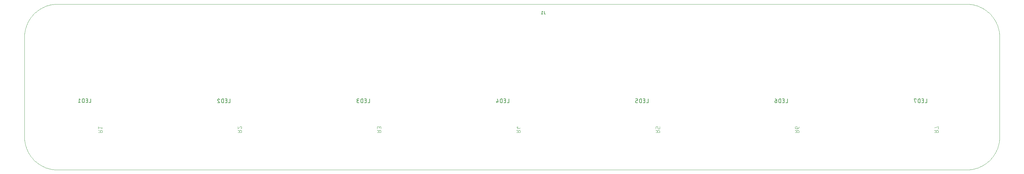
<source format=gbo>
G04 EAGLE Gerber RS-274X export*
G75*
%MOMM*%
%FSLAX34Y34*%
%LPD*%
%INSilk bottom*%
%IPPOS*%
%AMOC8*
5,1,8,0,0,1.08239X$1,22.5*%
G01*
%ADD10C,0.000000*%
%ADD11C,0.152400*%
%ADD12C,0.127000*%
%ADD13C,0.101600*%


D10*
X100000Y0D02*
X2840000Y0D01*
X2842416Y29D01*
X2844831Y117D01*
X2847243Y263D01*
X2849651Y467D01*
X2852054Y729D01*
X2854449Y1049D01*
X2856836Y1427D01*
X2859213Y1863D01*
X2861578Y2356D01*
X2863932Y2906D01*
X2866271Y3512D01*
X2868595Y4175D01*
X2870902Y4894D01*
X2873191Y5669D01*
X2875460Y6498D01*
X2877709Y7383D01*
X2879936Y8321D01*
X2882140Y9313D01*
X2884319Y10357D01*
X2886472Y11454D01*
X2888598Y12603D01*
X2890696Y13803D01*
X2892764Y15053D01*
X2894801Y16353D01*
X2896806Y17702D01*
X2898779Y19098D01*
X2900716Y20542D01*
X2902619Y22033D01*
X2904484Y23568D01*
X2906312Y25149D01*
X2908102Y26773D01*
X2909851Y28440D01*
X2911560Y30149D01*
X2913227Y31898D01*
X2914851Y33688D01*
X2916432Y35516D01*
X2917967Y37381D01*
X2919458Y39284D01*
X2920902Y41221D01*
X2922298Y43194D01*
X2923647Y45199D01*
X2924947Y47236D01*
X2926197Y49304D01*
X2927397Y51402D01*
X2928546Y53528D01*
X2929643Y55681D01*
X2930687Y57860D01*
X2931679Y60064D01*
X2932617Y62291D01*
X2933502Y64540D01*
X2934331Y66809D01*
X2935106Y69098D01*
X2935825Y71405D01*
X2936488Y73729D01*
X2937094Y76068D01*
X2937644Y78422D01*
X2938137Y80787D01*
X2938573Y83164D01*
X2938951Y85551D01*
X2939271Y87946D01*
X2939533Y90349D01*
X2939737Y92757D01*
X2939883Y95169D01*
X2939971Y97584D01*
X2940000Y100000D01*
X2940000Y400000D01*
X2939971Y402416D01*
X2939883Y404831D01*
X2939737Y407243D01*
X2939533Y409651D01*
X2939271Y412054D01*
X2938951Y414449D01*
X2938573Y416836D01*
X2938137Y419213D01*
X2937644Y421578D01*
X2937094Y423932D01*
X2936488Y426271D01*
X2935825Y428595D01*
X2935106Y430902D01*
X2934331Y433191D01*
X2933502Y435460D01*
X2932617Y437709D01*
X2931679Y439936D01*
X2930687Y442140D01*
X2929643Y444319D01*
X2928546Y446472D01*
X2927397Y448598D01*
X2926197Y450696D01*
X2924947Y452764D01*
X2923647Y454801D01*
X2922298Y456806D01*
X2920902Y458779D01*
X2919458Y460716D01*
X2917967Y462619D01*
X2916432Y464484D01*
X2914851Y466312D01*
X2913227Y468102D01*
X2911560Y469851D01*
X2909851Y471560D01*
X2908102Y473227D01*
X2906312Y474851D01*
X2904484Y476432D01*
X2902619Y477967D01*
X2900716Y479458D01*
X2898779Y480902D01*
X2896806Y482298D01*
X2894801Y483647D01*
X2892764Y484947D01*
X2890696Y486197D01*
X2888598Y487397D01*
X2886472Y488546D01*
X2884319Y489643D01*
X2882140Y490687D01*
X2879936Y491679D01*
X2877709Y492617D01*
X2875460Y493502D01*
X2873191Y494331D01*
X2870902Y495106D01*
X2868595Y495825D01*
X2866271Y496488D01*
X2863932Y497094D01*
X2861578Y497644D01*
X2859213Y498137D01*
X2856836Y498573D01*
X2854449Y498951D01*
X2852054Y499271D01*
X2849651Y499533D01*
X2847243Y499737D01*
X2844831Y499883D01*
X2842416Y499971D01*
X2840000Y500000D01*
X100000Y500000D01*
X97584Y499971D01*
X95169Y499883D01*
X92757Y499737D01*
X90349Y499533D01*
X87946Y499271D01*
X85551Y498951D01*
X83164Y498573D01*
X80787Y498137D01*
X78422Y497644D01*
X76068Y497094D01*
X73729Y496488D01*
X71405Y495825D01*
X69098Y495106D01*
X66809Y494331D01*
X64540Y493502D01*
X62291Y492617D01*
X60064Y491679D01*
X57860Y490687D01*
X55681Y489643D01*
X53528Y488546D01*
X51402Y487397D01*
X49304Y486197D01*
X47236Y484947D01*
X45199Y483647D01*
X43194Y482298D01*
X41221Y480902D01*
X39284Y479458D01*
X37381Y477967D01*
X35516Y476432D01*
X33688Y474851D01*
X31898Y473227D01*
X30149Y471560D01*
X28440Y469851D01*
X26773Y468102D01*
X25149Y466312D01*
X23568Y464484D01*
X22033Y462619D01*
X20542Y460716D01*
X19098Y458779D01*
X17702Y456806D01*
X16353Y454801D01*
X15053Y452764D01*
X13803Y450696D01*
X12603Y448598D01*
X11454Y446472D01*
X10357Y444319D01*
X9313Y442140D01*
X8321Y439936D01*
X7383Y437709D01*
X6498Y435460D01*
X5669Y433191D01*
X4894Y430902D01*
X4175Y428595D01*
X3512Y426271D01*
X2906Y423932D01*
X2356Y421578D01*
X1863Y419213D01*
X1427Y416836D01*
X1049Y414449D01*
X729Y412054D01*
X467Y409651D01*
X263Y407243D01*
X117Y404831D01*
X29Y402416D01*
X0Y400000D01*
X0Y100000D01*
X29Y97584D01*
X117Y95169D01*
X263Y92757D01*
X467Y90349D01*
X729Y87946D01*
X1049Y85551D01*
X1427Y83164D01*
X1863Y80787D01*
X2356Y78422D01*
X2906Y76068D01*
X3512Y73729D01*
X4175Y71405D01*
X4894Y69098D01*
X5669Y66809D01*
X6498Y64540D01*
X7383Y62291D01*
X8321Y60064D01*
X9313Y57860D01*
X10357Y55681D01*
X11454Y53528D01*
X12603Y51402D01*
X13803Y49304D01*
X15053Y47236D01*
X16353Y45199D01*
X17702Y43194D01*
X19098Y41221D01*
X20542Y39284D01*
X22033Y37381D01*
X23568Y35516D01*
X25149Y33688D01*
X26773Y31898D01*
X28440Y30149D01*
X30149Y28440D01*
X31898Y26773D01*
X33688Y25149D01*
X35516Y23568D01*
X37381Y22033D01*
X39284Y20542D01*
X41221Y19098D01*
X43194Y17702D01*
X45199Y16353D01*
X47236Y15053D01*
X49304Y13803D01*
X51402Y12603D01*
X53528Y11454D01*
X55681Y10357D01*
X57860Y9313D01*
X60064Y8321D01*
X62291Y7383D01*
X64540Y6498D01*
X66809Y5669D01*
X69098Y4894D01*
X71405Y4175D01*
X73729Y3512D01*
X76068Y2906D01*
X78422Y2356D01*
X80787Y1863D01*
X83164Y1427D01*
X85551Y1049D01*
X87946Y729D01*
X90349Y467D01*
X92757Y263D01*
X95169Y117D01*
X97584Y29D01*
X100000Y0D01*
D11*
X1567559Y471731D02*
X1567559Y478448D01*
X1567559Y471731D02*
X1567561Y471645D01*
X1567567Y471559D01*
X1567576Y471473D01*
X1567590Y471388D01*
X1567607Y471304D01*
X1567628Y471220D01*
X1567653Y471138D01*
X1567681Y471057D01*
X1567713Y470977D01*
X1567749Y470898D01*
X1567788Y470822D01*
X1567831Y470747D01*
X1567876Y470674D01*
X1567925Y470603D01*
X1567978Y470535D01*
X1568033Y470468D01*
X1568091Y470405D01*
X1568152Y470344D01*
X1568215Y470286D01*
X1568282Y470231D01*
X1568350Y470178D01*
X1568421Y470129D01*
X1568494Y470084D01*
X1568569Y470041D01*
X1568645Y470002D01*
X1568724Y469966D01*
X1568804Y469934D01*
X1568885Y469906D01*
X1568967Y469881D01*
X1569051Y469860D01*
X1569135Y469843D01*
X1569220Y469829D01*
X1569306Y469820D01*
X1569392Y469814D01*
X1569478Y469812D01*
X1570438Y469812D01*
X1562962Y476529D02*
X1560563Y478448D01*
X1560563Y469812D01*
X1562962Y469812D02*
X1558164Y469812D01*
D12*
X200333Y214699D02*
X200333Y203269D01*
X195253Y203269D01*
X190427Y203269D02*
X185347Y203269D01*
X190427Y203269D02*
X190427Y214699D01*
X185347Y214699D01*
X186617Y209619D02*
X190427Y209619D01*
X180546Y214699D02*
X180546Y203269D01*
X180546Y214699D02*
X177371Y214699D01*
X177260Y214697D01*
X177150Y214691D01*
X177039Y214682D01*
X176929Y214668D01*
X176820Y214651D01*
X176711Y214630D01*
X176603Y214605D01*
X176496Y214576D01*
X176390Y214544D01*
X176285Y214508D01*
X176182Y214468D01*
X176080Y214425D01*
X175979Y214378D01*
X175880Y214327D01*
X175784Y214274D01*
X175689Y214217D01*
X175596Y214156D01*
X175505Y214093D01*
X175416Y214026D01*
X175330Y213956D01*
X175247Y213883D01*
X175165Y213808D01*
X175087Y213730D01*
X175012Y213648D01*
X174939Y213565D01*
X174869Y213479D01*
X174802Y213390D01*
X174739Y213299D01*
X174678Y213206D01*
X174621Y213112D01*
X174568Y213015D01*
X174517Y212916D01*
X174470Y212815D01*
X174427Y212713D01*
X174387Y212610D01*
X174351Y212505D01*
X174319Y212399D01*
X174290Y212292D01*
X174265Y212184D01*
X174244Y212075D01*
X174227Y211966D01*
X174213Y211856D01*
X174204Y211745D01*
X174198Y211635D01*
X174196Y211524D01*
X174196Y206444D01*
X174198Y206333D01*
X174204Y206223D01*
X174213Y206112D01*
X174227Y206002D01*
X174244Y205893D01*
X174265Y205784D01*
X174290Y205676D01*
X174319Y205569D01*
X174351Y205463D01*
X174387Y205358D01*
X174427Y205255D01*
X174470Y205153D01*
X174517Y205052D01*
X174568Y204953D01*
X174621Y204857D01*
X174678Y204762D01*
X174739Y204669D01*
X174802Y204578D01*
X174869Y204489D01*
X174939Y204403D01*
X175012Y204320D01*
X175087Y204238D01*
X175165Y204160D01*
X175247Y204085D01*
X175330Y204012D01*
X175416Y203942D01*
X175505Y203875D01*
X175596Y203812D01*
X175689Y203751D01*
X175784Y203694D01*
X175880Y203641D01*
X175979Y203590D01*
X176080Y203543D01*
X176182Y203500D01*
X176285Y203460D01*
X176390Y203424D01*
X176496Y203392D01*
X176603Y203363D01*
X176711Y203338D01*
X176820Y203317D01*
X176929Y203300D01*
X177039Y203286D01*
X177150Y203277D01*
X177260Y203271D01*
X177371Y203269D01*
X180546Y203269D01*
X168735Y212159D02*
X165560Y214699D01*
X165560Y203269D01*
X168735Y203269D02*
X162385Y203269D01*
X620333Y202601D02*
X620333Y214031D01*
X620333Y202601D02*
X615253Y202601D01*
X610427Y202601D02*
X605347Y202601D01*
X610427Y202601D02*
X610427Y214031D01*
X605347Y214031D01*
X606617Y208951D02*
X610427Y208951D01*
X600546Y214031D02*
X600546Y202601D01*
X600546Y214031D02*
X597371Y214031D01*
X597260Y214029D01*
X597150Y214023D01*
X597039Y214014D01*
X596929Y214000D01*
X596820Y213983D01*
X596711Y213962D01*
X596603Y213937D01*
X596496Y213908D01*
X596390Y213876D01*
X596285Y213840D01*
X596182Y213800D01*
X596080Y213757D01*
X595979Y213710D01*
X595880Y213659D01*
X595784Y213606D01*
X595689Y213549D01*
X595596Y213488D01*
X595505Y213425D01*
X595416Y213358D01*
X595330Y213288D01*
X595247Y213215D01*
X595165Y213140D01*
X595087Y213062D01*
X595012Y212980D01*
X594939Y212897D01*
X594869Y212811D01*
X594802Y212722D01*
X594739Y212631D01*
X594678Y212538D01*
X594621Y212444D01*
X594568Y212347D01*
X594517Y212248D01*
X594470Y212147D01*
X594427Y212045D01*
X594387Y211942D01*
X594351Y211837D01*
X594319Y211731D01*
X594290Y211624D01*
X594265Y211516D01*
X594244Y211407D01*
X594227Y211298D01*
X594213Y211188D01*
X594204Y211077D01*
X594198Y210967D01*
X594196Y210856D01*
X594196Y205776D01*
X594198Y205665D01*
X594204Y205555D01*
X594213Y205444D01*
X594227Y205334D01*
X594244Y205225D01*
X594265Y205116D01*
X594290Y205008D01*
X594319Y204901D01*
X594351Y204795D01*
X594387Y204690D01*
X594427Y204587D01*
X594470Y204485D01*
X594517Y204384D01*
X594568Y204285D01*
X594621Y204189D01*
X594678Y204094D01*
X594739Y204001D01*
X594802Y203910D01*
X594869Y203821D01*
X594939Y203735D01*
X595012Y203652D01*
X595087Y203570D01*
X595165Y203492D01*
X595247Y203417D01*
X595330Y203344D01*
X595416Y203274D01*
X595505Y203207D01*
X595596Y203144D01*
X595689Y203083D01*
X595784Y203026D01*
X595880Y202973D01*
X595979Y202922D01*
X596080Y202875D01*
X596182Y202832D01*
X596285Y202792D01*
X596390Y202756D01*
X596496Y202724D01*
X596603Y202695D01*
X596711Y202670D01*
X596820Y202649D01*
X596929Y202632D01*
X597039Y202618D01*
X597150Y202609D01*
X597260Y202603D01*
X597371Y202601D01*
X600546Y202601D01*
X585243Y214032D02*
X585139Y214030D01*
X585034Y214024D01*
X584930Y214015D01*
X584827Y214002D01*
X584724Y213984D01*
X584622Y213964D01*
X584520Y213939D01*
X584420Y213911D01*
X584320Y213879D01*
X584222Y213843D01*
X584125Y213804D01*
X584030Y213762D01*
X583936Y213716D01*
X583844Y213666D01*
X583754Y213614D01*
X583666Y213558D01*
X583580Y213498D01*
X583496Y213436D01*
X583415Y213371D01*
X583336Y213303D01*
X583259Y213231D01*
X583186Y213158D01*
X583114Y213081D01*
X583046Y213002D01*
X582981Y212921D01*
X582919Y212837D01*
X582859Y212751D01*
X582803Y212663D01*
X582751Y212573D01*
X582701Y212481D01*
X582655Y212387D01*
X582613Y212292D01*
X582574Y212195D01*
X582538Y212097D01*
X582506Y211997D01*
X582478Y211897D01*
X582453Y211795D01*
X582433Y211693D01*
X582415Y211590D01*
X582402Y211487D01*
X582393Y211383D01*
X582387Y211278D01*
X582385Y211174D01*
X585243Y214031D02*
X585361Y214029D01*
X585480Y214023D01*
X585598Y214014D01*
X585715Y214001D01*
X585832Y213983D01*
X585949Y213963D01*
X586065Y213938D01*
X586180Y213910D01*
X586293Y213877D01*
X586406Y213842D01*
X586518Y213802D01*
X586628Y213760D01*
X586737Y213713D01*
X586845Y213663D01*
X586950Y213610D01*
X587054Y213553D01*
X587156Y213493D01*
X587256Y213430D01*
X587354Y213363D01*
X587450Y213294D01*
X587543Y213221D01*
X587634Y213145D01*
X587723Y213067D01*
X587809Y212985D01*
X587892Y212901D01*
X587973Y212815D01*
X588050Y212725D01*
X588125Y212634D01*
X588197Y212540D01*
X588266Y212443D01*
X588331Y212345D01*
X588394Y212244D01*
X588453Y212141D01*
X588509Y212037D01*
X588561Y211931D01*
X588610Y211823D01*
X588655Y211714D01*
X588697Y211603D01*
X588735Y211491D01*
X583337Y208952D02*
X583261Y209027D01*
X583186Y209106D01*
X583115Y209187D01*
X583046Y209271D01*
X582981Y209357D01*
X582919Y209445D01*
X582859Y209535D01*
X582803Y209627D01*
X582750Y209722D01*
X582701Y209818D01*
X582655Y209916D01*
X582612Y210015D01*
X582573Y210116D01*
X582538Y210218D01*
X582506Y210321D01*
X582478Y210425D01*
X582453Y210530D01*
X582432Y210637D01*
X582415Y210743D01*
X582402Y210850D01*
X582393Y210958D01*
X582387Y211066D01*
X582385Y211174D01*
X583338Y208951D02*
X588735Y202601D01*
X582385Y202601D01*
X1040333Y202601D02*
X1040333Y214031D01*
X1040333Y202601D02*
X1035253Y202601D01*
X1030427Y202601D02*
X1025347Y202601D01*
X1030427Y202601D02*
X1030427Y214031D01*
X1025347Y214031D01*
X1026617Y208951D02*
X1030427Y208951D01*
X1020546Y214031D02*
X1020546Y202601D01*
X1020546Y214031D02*
X1017371Y214031D01*
X1017260Y214029D01*
X1017150Y214023D01*
X1017039Y214014D01*
X1016929Y214000D01*
X1016820Y213983D01*
X1016711Y213962D01*
X1016603Y213937D01*
X1016496Y213908D01*
X1016390Y213876D01*
X1016285Y213840D01*
X1016182Y213800D01*
X1016080Y213757D01*
X1015979Y213710D01*
X1015880Y213659D01*
X1015784Y213606D01*
X1015689Y213549D01*
X1015596Y213488D01*
X1015505Y213425D01*
X1015416Y213358D01*
X1015330Y213288D01*
X1015247Y213215D01*
X1015165Y213140D01*
X1015087Y213062D01*
X1015012Y212980D01*
X1014939Y212897D01*
X1014869Y212811D01*
X1014802Y212722D01*
X1014739Y212631D01*
X1014678Y212538D01*
X1014621Y212444D01*
X1014568Y212347D01*
X1014517Y212248D01*
X1014470Y212147D01*
X1014427Y212045D01*
X1014387Y211942D01*
X1014351Y211837D01*
X1014319Y211731D01*
X1014290Y211624D01*
X1014265Y211516D01*
X1014244Y211407D01*
X1014227Y211298D01*
X1014213Y211188D01*
X1014204Y211077D01*
X1014198Y210967D01*
X1014196Y210856D01*
X1014196Y205776D01*
X1014198Y205665D01*
X1014204Y205555D01*
X1014213Y205444D01*
X1014227Y205334D01*
X1014244Y205225D01*
X1014265Y205116D01*
X1014290Y205008D01*
X1014319Y204901D01*
X1014351Y204795D01*
X1014387Y204690D01*
X1014427Y204587D01*
X1014470Y204485D01*
X1014517Y204384D01*
X1014568Y204285D01*
X1014621Y204189D01*
X1014678Y204094D01*
X1014739Y204001D01*
X1014802Y203910D01*
X1014869Y203821D01*
X1014939Y203735D01*
X1015012Y203652D01*
X1015087Y203570D01*
X1015165Y203492D01*
X1015247Y203417D01*
X1015330Y203344D01*
X1015416Y203274D01*
X1015505Y203207D01*
X1015596Y203144D01*
X1015689Y203083D01*
X1015784Y203026D01*
X1015880Y202973D01*
X1015979Y202922D01*
X1016080Y202875D01*
X1016182Y202832D01*
X1016285Y202792D01*
X1016390Y202756D01*
X1016496Y202724D01*
X1016603Y202695D01*
X1016711Y202670D01*
X1016820Y202649D01*
X1016929Y202632D01*
X1017039Y202618D01*
X1017150Y202609D01*
X1017260Y202603D01*
X1017371Y202601D01*
X1020546Y202601D01*
X1008735Y202601D02*
X1005560Y202601D01*
X1005449Y202603D01*
X1005339Y202609D01*
X1005228Y202618D01*
X1005118Y202632D01*
X1005009Y202649D01*
X1004900Y202670D01*
X1004792Y202695D01*
X1004685Y202724D01*
X1004579Y202756D01*
X1004474Y202792D01*
X1004371Y202832D01*
X1004269Y202875D01*
X1004168Y202922D01*
X1004069Y202973D01*
X1003973Y203026D01*
X1003878Y203083D01*
X1003785Y203144D01*
X1003694Y203207D01*
X1003605Y203274D01*
X1003519Y203344D01*
X1003436Y203417D01*
X1003354Y203492D01*
X1003276Y203570D01*
X1003201Y203652D01*
X1003128Y203735D01*
X1003058Y203821D01*
X1002991Y203910D01*
X1002928Y204001D01*
X1002867Y204094D01*
X1002810Y204189D01*
X1002757Y204285D01*
X1002706Y204384D01*
X1002659Y204485D01*
X1002616Y204587D01*
X1002576Y204690D01*
X1002540Y204795D01*
X1002508Y204901D01*
X1002479Y205008D01*
X1002454Y205116D01*
X1002433Y205225D01*
X1002416Y205334D01*
X1002402Y205444D01*
X1002393Y205555D01*
X1002387Y205665D01*
X1002385Y205776D01*
X1002387Y205887D01*
X1002393Y205997D01*
X1002402Y206108D01*
X1002416Y206218D01*
X1002433Y206327D01*
X1002454Y206436D01*
X1002479Y206544D01*
X1002508Y206651D01*
X1002540Y206757D01*
X1002576Y206862D01*
X1002616Y206965D01*
X1002659Y207067D01*
X1002706Y207168D01*
X1002757Y207267D01*
X1002810Y207364D01*
X1002867Y207458D01*
X1002928Y207551D01*
X1002991Y207642D01*
X1003058Y207731D01*
X1003128Y207817D01*
X1003201Y207900D01*
X1003276Y207982D01*
X1003354Y208060D01*
X1003436Y208135D01*
X1003519Y208208D01*
X1003605Y208278D01*
X1003694Y208345D01*
X1003785Y208408D01*
X1003878Y208469D01*
X1003973Y208526D01*
X1004069Y208579D01*
X1004168Y208630D01*
X1004269Y208677D01*
X1004371Y208720D01*
X1004474Y208760D01*
X1004579Y208796D01*
X1004685Y208828D01*
X1004792Y208857D01*
X1004900Y208882D01*
X1005009Y208903D01*
X1005118Y208920D01*
X1005228Y208934D01*
X1005339Y208943D01*
X1005449Y208949D01*
X1005560Y208951D01*
X1004925Y214031D02*
X1008735Y214031D01*
X1004925Y214031D02*
X1004825Y214029D01*
X1004726Y214023D01*
X1004626Y214013D01*
X1004528Y214000D01*
X1004429Y213982D01*
X1004332Y213961D01*
X1004236Y213936D01*
X1004140Y213907D01*
X1004046Y213874D01*
X1003953Y213838D01*
X1003862Y213798D01*
X1003772Y213754D01*
X1003684Y213707D01*
X1003598Y213657D01*
X1003514Y213603D01*
X1003432Y213546D01*
X1003353Y213486D01*
X1003275Y213422D01*
X1003201Y213356D01*
X1003129Y213287D01*
X1003060Y213215D01*
X1002994Y213141D01*
X1002930Y213063D01*
X1002870Y212984D01*
X1002813Y212902D01*
X1002759Y212818D01*
X1002709Y212732D01*
X1002662Y212644D01*
X1002618Y212554D01*
X1002578Y212463D01*
X1002542Y212370D01*
X1002509Y212276D01*
X1002480Y212180D01*
X1002455Y212084D01*
X1002434Y211987D01*
X1002416Y211888D01*
X1002403Y211790D01*
X1002393Y211690D01*
X1002387Y211591D01*
X1002385Y211491D01*
X1002387Y211391D01*
X1002393Y211292D01*
X1002403Y211192D01*
X1002416Y211094D01*
X1002434Y210995D01*
X1002455Y210898D01*
X1002480Y210802D01*
X1002509Y210706D01*
X1002542Y210612D01*
X1002578Y210519D01*
X1002618Y210428D01*
X1002662Y210338D01*
X1002709Y210250D01*
X1002759Y210164D01*
X1002813Y210080D01*
X1002870Y209998D01*
X1002930Y209919D01*
X1002994Y209841D01*
X1003060Y209767D01*
X1003129Y209695D01*
X1003201Y209626D01*
X1003275Y209560D01*
X1003353Y209496D01*
X1003432Y209436D01*
X1003514Y209379D01*
X1003598Y209325D01*
X1003684Y209275D01*
X1003772Y209228D01*
X1003862Y209184D01*
X1003953Y209144D01*
X1004046Y209108D01*
X1004140Y209075D01*
X1004236Y209046D01*
X1004332Y209021D01*
X1004429Y209000D01*
X1004528Y208982D01*
X1004626Y208969D01*
X1004726Y208959D01*
X1004825Y208953D01*
X1004925Y208951D01*
X1007465Y208951D01*
X1460333Y214031D02*
X1460333Y202601D01*
X1455253Y202601D01*
X1450427Y202601D02*
X1445347Y202601D01*
X1450427Y202601D02*
X1450427Y214031D01*
X1445347Y214031D01*
X1446617Y208951D02*
X1450427Y208951D01*
X1440546Y214031D02*
X1440546Y202601D01*
X1440546Y214031D02*
X1437371Y214031D01*
X1437260Y214029D01*
X1437150Y214023D01*
X1437039Y214014D01*
X1436929Y214000D01*
X1436820Y213983D01*
X1436711Y213962D01*
X1436603Y213937D01*
X1436496Y213908D01*
X1436390Y213876D01*
X1436285Y213840D01*
X1436182Y213800D01*
X1436080Y213757D01*
X1435979Y213710D01*
X1435880Y213659D01*
X1435784Y213606D01*
X1435689Y213549D01*
X1435596Y213488D01*
X1435505Y213425D01*
X1435416Y213358D01*
X1435330Y213288D01*
X1435247Y213215D01*
X1435165Y213140D01*
X1435087Y213062D01*
X1435012Y212980D01*
X1434939Y212897D01*
X1434869Y212811D01*
X1434802Y212722D01*
X1434739Y212631D01*
X1434678Y212538D01*
X1434621Y212444D01*
X1434568Y212347D01*
X1434517Y212248D01*
X1434470Y212147D01*
X1434427Y212045D01*
X1434387Y211942D01*
X1434351Y211837D01*
X1434319Y211731D01*
X1434290Y211624D01*
X1434265Y211516D01*
X1434244Y211407D01*
X1434227Y211298D01*
X1434213Y211188D01*
X1434204Y211077D01*
X1434198Y210967D01*
X1434196Y210856D01*
X1434196Y205776D01*
X1434198Y205665D01*
X1434204Y205555D01*
X1434213Y205444D01*
X1434227Y205334D01*
X1434244Y205225D01*
X1434265Y205116D01*
X1434290Y205008D01*
X1434319Y204901D01*
X1434351Y204795D01*
X1434387Y204690D01*
X1434427Y204587D01*
X1434470Y204485D01*
X1434517Y204384D01*
X1434568Y204285D01*
X1434621Y204189D01*
X1434678Y204094D01*
X1434739Y204001D01*
X1434802Y203910D01*
X1434869Y203821D01*
X1434939Y203735D01*
X1435012Y203652D01*
X1435087Y203570D01*
X1435165Y203492D01*
X1435247Y203417D01*
X1435330Y203344D01*
X1435416Y203274D01*
X1435505Y203207D01*
X1435596Y203144D01*
X1435689Y203083D01*
X1435784Y203026D01*
X1435880Y202973D01*
X1435979Y202922D01*
X1436080Y202875D01*
X1436182Y202832D01*
X1436285Y202792D01*
X1436390Y202756D01*
X1436496Y202724D01*
X1436603Y202695D01*
X1436711Y202670D01*
X1436820Y202649D01*
X1436929Y202632D01*
X1437039Y202618D01*
X1437150Y202609D01*
X1437260Y202603D01*
X1437371Y202601D01*
X1440546Y202601D01*
X1428735Y205141D02*
X1426195Y214031D01*
X1428735Y205141D02*
X1422385Y205141D01*
X1424290Y207681D02*
X1424290Y202601D01*
X1880333Y202601D02*
X1880333Y214031D01*
X1880333Y202601D02*
X1875253Y202601D01*
X1870427Y202601D02*
X1865347Y202601D01*
X1870427Y202601D02*
X1870427Y214031D01*
X1865347Y214031D01*
X1866617Y208951D02*
X1870427Y208951D01*
X1860546Y214031D02*
X1860546Y202601D01*
X1860546Y214031D02*
X1857371Y214031D01*
X1857260Y214029D01*
X1857150Y214023D01*
X1857039Y214014D01*
X1856929Y214000D01*
X1856820Y213983D01*
X1856711Y213962D01*
X1856603Y213937D01*
X1856496Y213908D01*
X1856390Y213876D01*
X1856285Y213840D01*
X1856182Y213800D01*
X1856080Y213757D01*
X1855979Y213710D01*
X1855880Y213659D01*
X1855784Y213606D01*
X1855689Y213549D01*
X1855596Y213488D01*
X1855505Y213425D01*
X1855416Y213358D01*
X1855330Y213288D01*
X1855247Y213215D01*
X1855165Y213140D01*
X1855087Y213062D01*
X1855012Y212980D01*
X1854939Y212897D01*
X1854869Y212811D01*
X1854802Y212722D01*
X1854739Y212631D01*
X1854678Y212538D01*
X1854621Y212444D01*
X1854568Y212347D01*
X1854517Y212248D01*
X1854470Y212147D01*
X1854427Y212045D01*
X1854387Y211942D01*
X1854351Y211837D01*
X1854319Y211731D01*
X1854290Y211624D01*
X1854265Y211516D01*
X1854244Y211407D01*
X1854227Y211298D01*
X1854213Y211188D01*
X1854204Y211077D01*
X1854198Y210967D01*
X1854196Y210856D01*
X1854196Y205776D01*
X1854198Y205665D01*
X1854204Y205555D01*
X1854213Y205444D01*
X1854227Y205334D01*
X1854244Y205225D01*
X1854265Y205116D01*
X1854290Y205008D01*
X1854319Y204901D01*
X1854351Y204795D01*
X1854387Y204690D01*
X1854427Y204587D01*
X1854470Y204485D01*
X1854517Y204384D01*
X1854568Y204285D01*
X1854621Y204189D01*
X1854678Y204094D01*
X1854739Y204001D01*
X1854802Y203910D01*
X1854869Y203821D01*
X1854939Y203735D01*
X1855012Y203652D01*
X1855087Y203570D01*
X1855165Y203492D01*
X1855247Y203417D01*
X1855330Y203344D01*
X1855416Y203274D01*
X1855505Y203207D01*
X1855596Y203144D01*
X1855689Y203083D01*
X1855784Y203026D01*
X1855880Y202973D01*
X1855979Y202922D01*
X1856080Y202875D01*
X1856182Y202832D01*
X1856285Y202792D01*
X1856390Y202756D01*
X1856496Y202724D01*
X1856603Y202695D01*
X1856711Y202670D01*
X1856820Y202649D01*
X1856929Y202632D01*
X1857039Y202618D01*
X1857150Y202609D01*
X1857260Y202603D01*
X1857371Y202601D01*
X1860546Y202601D01*
X1848735Y202601D02*
X1844925Y202601D01*
X1844825Y202603D01*
X1844726Y202609D01*
X1844626Y202619D01*
X1844528Y202632D01*
X1844429Y202650D01*
X1844332Y202671D01*
X1844236Y202696D01*
X1844140Y202725D01*
X1844046Y202758D01*
X1843953Y202794D01*
X1843862Y202834D01*
X1843772Y202878D01*
X1843684Y202925D01*
X1843598Y202975D01*
X1843514Y203029D01*
X1843432Y203086D01*
X1843353Y203146D01*
X1843275Y203210D01*
X1843201Y203276D01*
X1843129Y203345D01*
X1843060Y203417D01*
X1842994Y203491D01*
X1842930Y203569D01*
X1842870Y203648D01*
X1842813Y203730D01*
X1842759Y203814D01*
X1842709Y203900D01*
X1842662Y203988D01*
X1842618Y204078D01*
X1842578Y204169D01*
X1842542Y204262D01*
X1842509Y204356D01*
X1842480Y204452D01*
X1842455Y204548D01*
X1842434Y204645D01*
X1842416Y204744D01*
X1842403Y204842D01*
X1842393Y204942D01*
X1842387Y205041D01*
X1842385Y205141D01*
X1842385Y206411D01*
X1842387Y206511D01*
X1842393Y206610D01*
X1842403Y206710D01*
X1842416Y206808D01*
X1842434Y206907D01*
X1842455Y207004D01*
X1842480Y207100D01*
X1842509Y207196D01*
X1842542Y207290D01*
X1842578Y207383D01*
X1842618Y207474D01*
X1842662Y207564D01*
X1842709Y207652D01*
X1842759Y207738D01*
X1842813Y207822D01*
X1842870Y207904D01*
X1842930Y207983D01*
X1842994Y208061D01*
X1843060Y208135D01*
X1843129Y208207D01*
X1843201Y208276D01*
X1843275Y208342D01*
X1843353Y208406D01*
X1843432Y208466D01*
X1843514Y208523D01*
X1843598Y208577D01*
X1843684Y208627D01*
X1843772Y208674D01*
X1843862Y208718D01*
X1843953Y208758D01*
X1844046Y208794D01*
X1844140Y208827D01*
X1844236Y208856D01*
X1844332Y208881D01*
X1844429Y208902D01*
X1844528Y208920D01*
X1844626Y208933D01*
X1844726Y208943D01*
X1844825Y208949D01*
X1844925Y208951D01*
X1848735Y208951D01*
X1848735Y214031D01*
X1842385Y214031D01*
X2300333Y214031D02*
X2300333Y202601D01*
X2295253Y202601D01*
X2290427Y202601D02*
X2285347Y202601D01*
X2290427Y202601D02*
X2290427Y214031D01*
X2285347Y214031D01*
X2286617Y208951D02*
X2290427Y208951D01*
X2280546Y214031D02*
X2280546Y202601D01*
X2280546Y214031D02*
X2277371Y214031D01*
X2277260Y214029D01*
X2277150Y214023D01*
X2277039Y214014D01*
X2276929Y214000D01*
X2276820Y213983D01*
X2276711Y213962D01*
X2276603Y213937D01*
X2276496Y213908D01*
X2276390Y213876D01*
X2276285Y213840D01*
X2276182Y213800D01*
X2276080Y213757D01*
X2275979Y213710D01*
X2275880Y213659D01*
X2275784Y213606D01*
X2275689Y213549D01*
X2275596Y213488D01*
X2275505Y213425D01*
X2275416Y213358D01*
X2275330Y213288D01*
X2275247Y213215D01*
X2275165Y213140D01*
X2275087Y213062D01*
X2275012Y212980D01*
X2274939Y212897D01*
X2274869Y212811D01*
X2274802Y212722D01*
X2274739Y212631D01*
X2274678Y212538D01*
X2274621Y212444D01*
X2274568Y212347D01*
X2274517Y212248D01*
X2274470Y212147D01*
X2274427Y212045D01*
X2274387Y211942D01*
X2274351Y211837D01*
X2274319Y211731D01*
X2274290Y211624D01*
X2274265Y211516D01*
X2274244Y211407D01*
X2274227Y211298D01*
X2274213Y211188D01*
X2274204Y211077D01*
X2274198Y210967D01*
X2274196Y210856D01*
X2274196Y205776D01*
X2274198Y205665D01*
X2274204Y205555D01*
X2274213Y205444D01*
X2274227Y205334D01*
X2274244Y205225D01*
X2274265Y205116D01*
X2274290Y205008D01*
X2274319Y204901D01*
X2274351Y204795D01*
X2274387Y204690D01*
X2274427Y204587D01*
X2274470Y204485D01*
X2274517Y204384D01*
X2274568Y204285D01*
X2274621Y204189D01*
X2274678Y204094D01*
X2274739Y204001D01*
X2274802Y203910D01*
X2274869Y203821D01*
X2274939Y203735D01*
X2275012Y203652D01*
X2275087Y203570D01*
X2275165Y203492D01*
X2275247Y203417D01*
X2275330Y203344D01*
X2275416Y203274D01*
X2275505Y203207D01*
X2275596Y203144D01*
X2275689Y203083D01*
X2275784Y203026D01*
X2275880Y202973D01*
X2275979Y202922D01*
X2276080Y202875D01*
X2276182Y202832D01*
X2276285Y202792D01*
X2276390Y202756D01*
X2276496Y202724D01*
X2276603Y202695D01*
X2276711Y202670D01*
X2276820Y202649D01*
X2276929Y202632D01*
X2277039Y202618D01*
X2277150Y202609D01*
X2277260Y202603D01*
X2277371Y202601D01*
X2280546Y202601D01*
X2268735Y208951D02*
X2264925Y208951D01*
X2264825Y208949D01*
X2264726Y208943D01*
X2264626Y208933D01*
X2264528Y208920D01*
X2264429Y208902D01*
X2264332Y208881D01*
X2264236Y208856D01*
X2264140Y208827D01*
X2264046Y208794D01*
X2263953Y208758D01*
X2263862Y208718D01*
X2263772Y208674D01*
X2263684Y208627D01*
X2263598Y208577D01*
X2263514Y208523D01*
X2263432Y208466D01*
X2263353Y208406D01*
X2263275Y208342D01*
X2263201Y208276D01*
X2263129Y208207D01*
X2263060Y208135D01*
X2262994Y208061D01*
X2262930Y207983D01*
X2262870Y207904D01*
X2262813Y207822D01*
X2262759Y207738D01*
X2262709Y207652D01*
X2262662Y207564D01*
X2262618Y207474D01*
X2262578Y207383D01*
X2262542Y207290D01*
X2262509Y207196D01*
X2262480Y207100D01*
X2262455Y207004D01*
X2262434Y206907D01*
X2262416Y206808D01*
X2262403Y206710D01*
X2262393Y206610D01*
X2262387Y206511D01*
X2262385Y206411D01*
X2262385Y205776D01*
X2262387Y205665D01*
X2262393Y205555D01*
X2262402Y205444D01*
X2262416Y205334D01*
X2262433Y205225D01*
X2262454Y205116D01*
X2262479Y205008D01*
X2262508Y204901D01*
X2262540Y204795D01*
X2262576Y204690D01*
X2262616Y204587D01*
X2262659Y204485D01*
X2262706Y204384D01*
X2262757Y204285D01*
X2262810Y204189D01*
X2262867Y204094D01*
X2262928Y204001D01*
X2262991Y203910D01*
X2263058Y203821D01*
X2263128Y203735D01*
X2263201Y203652D01*
X2263276Y203570D01*
X2263354Y203492D01*
X2263436Y203417D01*
X2263519Y203344D01*
X2263605Y203274D01*
X2263694Y203207D01*
X2263785Y203144D01*
X2263878Y203083D01*
X2263973Y203026D01*
X2264069Y202973D01*
X2264168Y202922D01*
X2264269Y202875D01*
X2264371Y202832D01*
X2264474Y202792D01*
X2264579Y202756D01*
X2264685Y202724D01*
X2264792Y202695D01*
X2264900Y202670D01*
X2265009Y202649D01*
X2265118Y202632D01*
X2265228Y202618D01*
X2265339Y202609D01*
X2265449Y202603D01*
X2265560Y202601D01*
X2265671Y202603D01*
X2265781Y202609D01*
X2265892Y202618D01*
X2266002Y202632D01*
X2266111Y202649D01*
X2266220Y202670D01*
X2266328Y202695D01*
X2266435Y202724D01*
X2266541Y202756D01*
X2266646Y202792D01*
X2266749Y202832D01*
X2266851Y202875D01*
X2266952Y202922D01*
X2267051Y202973D01*
X2267148Y203026D01*
X2267242Y203083D01*
X2267335Y203144D01*
X2267426Y203207D01*
X2267515Y203274D01*
X2267601Y203344D01*
X2267684Y203417D01*
X2267766Y203492D01*
X2267844Y203570D01*
X2267919Y203652D01*
X2267992Y203735D01*
X2268062Y203821D01*
X2268129Y203910D01*
X2268192Y204001D01*
X2268253Y204094D01*
X2268310Y204188D01*
X2268363Y204285D01*
X2268414Y204384D01*
X2268461Y204485D01*
X2268504Y204587D01*
X2268544Y204690D01*
X2268580Y204795D01*
X2268612Y204901D01*
X2268641Y205008D01*
X2268666Y205116D01*
X2268687Y205225D01*
X2268704Y205334D01*
X2268718Y205444D01*
X2268727Y205555D01*
X2268733Y205665D01*
X2268735Y205776D01*
X2268735Y208951D01*
X2268733Y209091D01*
X2268727Y209231D01*
X2268718Y209371D01*
X2268704Y209510D01*
X2268687Y209649D01*
X2268666Y209787D01*
X2268641Y209925D01*
X2268612Y210062D01*
X2268580Y210198D01*
X2268543Y210333D01*
X2268503Y210467D01*
X2268460Y210600D01*
X2268412Y210732D01*
X2268362Y210863D01*
X2268307Y210992D01*
X2268249Y211119D01*
X2268188Y211245D01*
X2268123Y211369D01*
X2268054Y211491D01*
X2267983Y211611D01*
X2267908Y211729D01*
X2267830Y211846D01*
X2267748Y211960D01*
X2267664Y212071D01*
X2267576Y212180D01*
X2267486Y212287D01*
X2267392Y212392D01*
X2267296Y212493D01*
X2267197Y212592D01*
X2267096Y212688D01*
X2266991Y212782D01*
X2266884Y212872D01*
X2266775Y212960D01*
X2266664Y213044D01*
X2266550Y213126D01*
X2266433Y213204D01*
X2266315Y213279D01*
X2266195Y213350D01*
X2266073Y213419D01*
X2265949Y213484D01*
X2265823Y213545D01*
X2265696Y213603D01*
X2265567Y213658D01*
X2265436Y213708D01*
X2265304Y213756D01*
X2265171Y213799D01*
X2265037Y213839D01*
X2264902Y213876D01*
X2264766Y213908D01*
X2264629Y213937D01*
X2264491Y213962D01*
X2264353Y213983D01*
X2264214Y214000D01*
X2264075Y214014D01*
X2263935Y214023D01*
X2263795Y214029D01*
X2263655Y214031D01*
X2720333Y214031D02*
X2720333Y202601D01*
X2715253Y202601D01*
X2710427Y202601D02*
X2705347Y202601D01*
X2710427Y202601D02*
X2710427Y214031D01*
X2705347Y214031D01*
X2706617Y208951D02*
X2710427Y208951D01*
X2700546Y214031D02*
X2700546Y202601D01*
X2700546Y214031D02*
X2697371Y214031D01*
X2697260Y214029D01*
X2697150Y214023D01*
X2697039Y214014D01*
X2696929Y214000D01*
X2696820Y213983D01*
X2696711Y213962D01*
X2696603Y213937D01*
X2696496Y213908D01*
X2696390Y213876D01*
X2696285Y213840D01*
X2696182Y213800D01*
X2696080Y213757D01*
X2695979Y213710D01*
X2695880Y213659D01*
X2695784Y213606D01*
X2695689Y213549D01*
X2695596Y213488D01*
X2695505Y213425D01*
X2695416Y213358D01*
X2695330Y213288D01*
X2695247Y213215D01*
X2695165Y213140D01*
X2695087Y213062D01*
X2695012Y212980D01*
X2694939Y212897D01*
X2694869Y212811D01*
X2694802Y212722D01*
X2694739Y212631D01*
X2694678Y212538D01*
X2694621Y212444D01*
X2694568Y212347D01*
X2694517Y212248D01*
X2694470Y212147D01*
X2694427Y212045D01*
X2694387Y211942D01*
X2694351Y211837D01*
X2694319Y211731D01*
X2694290Y211624D01*
X2694265Y211516D01*
X2694244Y211407D01*
X2694227Y211298D01*
X2694213Y211188D01*
X2694204Y211077D01*
X2694198Y210967D01*
X2694196Y210856D01*
X2694196Y205776D01*
X2694198Y205665D01*
X2694204Y205555D01*
X2694213Y205444D01*
X2694227Y205334D01*
X2694244Y205225D01*
X2694265Y205116D01*
X2694290Y205008D01*
X2694319Y204901D01*
X2694351Y204795D01*
X2694387Y204690D01*
X2694427Y204587D01*
X2694470Y204485D01*
X2694517Y204384D01*
X2694568Y204285D01*
X2694621Y204189D01*
X2694678Y204094D01*
X2694739Y204001D01*
X2694802Y203910D01*
X2694869Y203821D01*
X2694939Y203735D01*
X2695012Y203652D01*
X2695087Y203570D01*
X2695165Y203492D01*
X2695247Y203417D01*
X2695330Y203344D01*
X2695416Y203274D01*
X2695505Y203207D01*
X2695596Y203144D01*
X2695689Y203083D01*
X2695784Y203026D01*
X2695880Y202973D01*
X2695979Y202922D01*
X2696080Y202875D01*
X2696182Y202832D01*
X2696285Y202792D01*
X2696390Y202756D01*
X2696496Y202724D01*
X2696603Y202695D01*
X2696711Y202670D01*
X2696820Y202649D01*
X2696929Y202632D01*
X2697039Y202618D01*
X2697150Y202609D01*
X2697260Y202603D01*
X2697371Y202601D01*
X2700546Y202601D01*
X2688735Y212761D02*
X2688735Y214031D01*
X2682385Y214031D01*
X2685560Y202601D01*
D13*
X234892Y112808D02*
X223208Y112808D01*
X234892Y112808D02*
X234892Y116054D01*
X234890Y116167D01*
X234884Y116280D01*
X234874Y116393D01*
X234860Y116506D01*
X234843Y116618D01*
X234821Y116729D01*
X234796Y116839D01*
X234766Y116949D01*
X234733Y117057D01*
X234696Y117164D01*
X234656Y117270D01*
X234611Y117374D01*
X234563Y117477D01*
X234512Y117578D01*
X234457Y117677D01*
X234399Y117774D01*
X234337Y117869D01*
X234272Y117962D01*
X234204Y118052D01*
X234133Y118140D01*
X234058Y118226D01*
X233981Y118309D01*
X233901Y118389D01*
X233818Y118466D01*
X233732Y118541D01*
X233644Y118612D01*
X233554Y118680D01*
X233461Y118745D01*
X233366Y118807D01*
X233269Y118865D01*
X233170Y118920D01*
X233069Y118971D01*
X232966Y119019D01*
X232862Y119064D01*
X232756Y119104D01*
X232649Y119141D01*
X232541Y119174D01*
X232431Y119204D01*
X232321Y119229D01*
X232210Y119251D01*
X232098Y119268D01*
X231985Y119282D01*
X231872Y119292D01*
X231759Y119298D01*
X231646Y119300D01*
X231533Y119298D01*
X231420Y119292D01*
X231307Y119282D01*
X231194Y119268D01*
X231082Y119251D01*
X230971Y119229D01*
X230861Y119204D01*
X230751Y119174D01*
X230643Y119141D01*
X230536Y119104D01*
X230430Y119064D01*
X230326Y119019D01*
X230223Y118971D01*
X230122Y118920D01*
X230023Y118865D01*
X229926Y118807D01*
X229831Y118745D01*
X229738Y118680D01*
X229648Y118612D01*
X229560Y118541D01*
X229474Y118466D01*
X229391Y118389D01*
X229311Y118309D01*
X229234Y118226D01*
X229159Y118140D01*
X229088Y118052D01*
X229020Y117962D01*
X228955Y117869D01*
X228893Y117774D01*
X228835Y117677D01*
X228780Y117578D01*
X228729Y117477D01*
X228681Y117374D01*
X228636Y117270D01*
X228596Y117164D01*
X228559Y117057D01*
X228526Y116949D01*
X228496Y116839D01*
X228471Y116729D01*
X228449Y116618D01*
X228432Y116506D01*
X228418Y116393D01*
X228408Y116280D01*
X228402Y116167D01*
X228400Y116054D01*
X228401Y116054D02*
X228401Y112808D01*
X228401Y116703D02*
X223208Y119299D01*
X232296Y124164D02*
X234892Y127410D01*
X223208Y127410D01*
X223208Y130655D02*
X223208Y124164D01*
X643208Y112808D02*
X654892Y112808D01*
X654892Y116054D01*
X654890Y116167D01*
X654884Y116280D01*
X654874Y116393D01*
X654860Y116506D01*
X654843Y116618D01*
X654821Y116729D01*
X654796Y116839D01*
X654766Y116949D01*
X654733Y117057D01*
X654696Y117164D01*
X654656Y117270D01*
X654611Y117374D01*
X654563Y117477D01*
X654512Y117578D01*
X654457Y117677D01*
X654399Y117774D01*
X654337Y117869D01*
X654272Y117962D01*
X654204Y118052D01*
X654133Y118140D01*
X654058Y118226D01*
X653981Y118309D01*
X653901Y118389D01*
X653818Y118466D01*
X653732Y118541D01*
X653644Y118612D01*
X653554Y118680D01*
X653461Y118745D01*
X653366Y118807D01*
X653269Y118865D01*
X653170Y118920D01*
X653069Y118971D01*
X652966Y119019D01*
X652862Y119064D01*
X652756Y119104D01*
X652649Y119141D01*
X652541Y119174D01*
X652431Y119204D01*
X652321Y119229D01*
X652210Y119251D01*
X652098Y119268D01*
X651985Y119282D01*
X651872Y119292D01*
X651759Y119298D01*
X651646Y119300D01*
X651533Y119298D01*
X651420Y119292D01*
X651307Y119282D01*
X651194Y119268D01*
X651082Y119251D01*
X650971Y119229D01*
X650861Y119204D01*
X650751Y119174D01*
X650643Y119141D01*
X650536Y119104D01*
X650430Y119064D01*
X650326Y119019D01*
X650223Y118971D01*
X650122Y118920D01*
X650023Y118865D01*
X649926Y118807D01*
X649831Y118745D01*
X649738Y118680D01*
X649648Y118612D01*
X649560Y118541D01*
X649474Y118466D01*
X649391Y118389D01*
X649311Y118309D01*
X649234Y118226D01*
X649159Y118140D01*
X649088Y118052D01*
X649020Y117962D01*
X648955Y117869D01*
X648893Y117774D01*
X648835Y117677D01*
X648780Y117578D01*
X648729Y117477D01*
X648681Y117374D01*
X648636Y117270D01*
X648596Y117164D01*
X648559Y117057D01*
X648526Y116949D01*
X648496Y116839D01*
X648471Y116729D01*
X648449Y116618D01*
X648432Y116506D01*
X648418Y116393D01*
X648408Y116280D01*
X648402Y116167D01*
X648400Y116054D01*
X648401Y116054D02*
X648401Y112808D01*
X648401Y116703D02*
X643208Y119299D01*
X651971Y130655D02*
X652078Y130653D01*
X652184Y130647D01*
X652290Y130637D01*
X652396Y130624D01*
X652502Y130606D01*
X652606Y130585D01*
X652710Y130560D01*
X652813Y130531D01*
X652914Y130499D01*
X653014Y130462D01*
X653113Y130422D01*
X653211Y130379D01*
X653307Y130332D01*
X653401Y130281D01*
X653493Y130227D01*
X653583Y130170D01*
X653671Y130110D01*
X653756Y130046D01*
X653839Y129979D01*
X653920Y129909D01*
X653998Y129837D01*
X654074Y129761D01*
X654146Y129683D01*
X654216Y129602D01*
X654283Y129519D01*
X654347Y129434D01*
X654407Y129346D01*
X654464Y129256D01*
X654518Y129164D01*
X654569Y129070D01*
X654616Y128974D01*
X654659Y128876D01*
X654699Y128777D01*
X654736Y128677D01*
X654768Y128576D01*
X654797Y128473D01*
X654822Y128369D01*
X654843Y128265D01*
X654861Y128159D01*
X654874Y128053D01*
X654884Y127947D01*
X654890Y127841D01*
X654892Y127734D01*
X654890Y127613D01*
X654884Y127492D01*
X654874Y127372D01*
X654861Y127251D01*
X654843Y127132D01*
X654822Y127012D01*
X654797Y126894D01*
X654768Y126777D01*
X654735Y126660D01*
X654699Y126545D01*
X654658Y126431D01*
X654615Y126318D01*
X654567Y126206D01*
X654516Y126097D01*
X654461Y125989D01*
X654403Y125882D01*
X654342Y125778D01*
X654277Y125676D01*
X654209Y125576D01*
X654138Y125478D01*
X654064Y125382D01*
X653987Y125289D01*
X653906Y125199D01*
X653823Y125111D01*
X653737Y125026D01*
X653648Y124943D01*
X653557Y124864D01*
X653463Y124787D01*
X653367Y124714D01*
X653269Y124644D01*
X653168Y124577D01*
X653065Y124513D01*
X652960Y124453D01*
X652853Y124396D01*
X652745Y124342D01*
X652635Y124292D01*
X652523Y124246D01*
X652410Y124203D01*
X652295Y124164D01*
X649699Y129682D02*
X649776Y129761D01*
X649857Y129837D01*
X649940Y129910D01*
X650025Y129980D01*
X650113Y130047D01*
X650203Y130111D01*
X650295Y130171D01*
X650390Y130228D01*
X650486Y130282D01*
X650584Y130333D01*
X650684Y130380D01*
X650786Y130424D01*
X650889Y130464D01*
X650993Y130500D01*
X651099Y130532D01*
X651205Y130561D01*
X651313Y130586D01*
X651421Y130608D01*
X651531Y130625D01*
X651640Y130639D01*
X651750Y130648D01*
X651861Y130654D01*
X651971Y130656D01*
X649699Y129682D02*
X643208Y124164D01*
X643208Y130655D01*
X1063208Y112808D02*
X1074892Y112808D01*
X1074892Y116054D01*
X1074890Y116167D01*
X1074884Y116280D01*
X1074874Y116393D01*
X1074860Y116506D01*
X1074843Y116618D01*
X1074821Y116729D01*
X1074796Y116839D01*
X1074766Y116949D01*
X1074733Y117057D01*
X1074696Y117164D01*
X1074656Y117270D01*
X1074611Y117374D01*
X1074563Y117477D01*
X1074512Y117578D01*
X1074457Y117677D01*
X1074399Y117774D01*
X1074337Y117869D01*
X1074272Y117962D01*
X1074204Y118052D01*
X1074133Y118140D01*
X1074058Y118226D01*
X1073981Y118309D01*
X1073901Y118389D01*
X1073818Y118466D01*
X1073732Y118541D01*
X1073644Y118612D01*
X1073554Y118680D01*
X1073461Y118745D01*
X1073366Y118807D01*
X1073269Y118865D01*
X1073170Y118920D01*
X1073069Y118971D01*
X1072966Y119019D01*
X1072862Y119064D01*
X1072756Y119104D01*
X1072649Y119141D01*
X1072541Y119174D01*
X1072431Y119204D01*
X1072321Y119229D01*
X1072210Y119251D01*
X1072098Y119268D01*
X1071985Y119282D01*
X1071872Y119292D01*
X1071759Y119298D01*
X1071646Y119300D01*
X1071533Y119298D01*
X1071420Y119292D01*
X1071307Y119282D01*
X1071194Y119268D01*
X1071082Y119251D01*
X1070971Y119229D01*
X1070861Y119204D01*
X1070751Y119174D01*
X1070643Y119141D01*
X1070536Y119104D01*
X1070430Y119064D01*
X1070326Y119019D01*
X1070223Y118971D01*
X1070122Y118920D01*
X1070023Y118865D01*
X1069926Y118807D01*
X1069831Y118745D01*
X1069738Y118680D01*
X1069648Y118612D01*
X1069560Y118541D01*
X1069474Y118466D01*
X1069391Y118389D01*
X1069311Y118309D01*
X1069234Y118226D01*
X1069159Y118140D01*
X1069088Y118052D01*
X1069020Y117962D01*
X1068955Y117869D01*
X1068893Y117774D01*
X1068835Y117677D01*
X1068780Y117578D01*
X1068729Y117477D01*
X1068681Y117374D01*
X1068636Y117270D01*
X1068596Y117164D01*
X1068559Y117057D01*
X1068526Y116949D01*
X1068496Y116839D01*
X1068471Y116729D01*
X1068449Y116618D01*
X1068432Y116506D01*
X1068418Y116393D01*
X1068408Y116280D01*
X1068402Y116167D01*
X1068400Y116054D01*
X1068401Y116054D02*
X1068401Y112808D01*
X1068401Y116703D02*
X1063208Y119299D01*
X1063208Y124164D02*
X1063208Y127410D01*
X1063210Y127523D01*
X1063216Y127636D01*
X1063226Y127749D01*
X1063240Y127862D01*
X1063257Y127974D01*
X1063279Y128085D01*
X1063304Y128195D01*
X1063334Y128305D01*
X1063367Y128413D01*
X1063404Y128520D01*
X1063444Y128626D01*
X1063489Y128730D01*
X1063537Y128833D01*
X1063588Y128934D01*
X1063643Y129033D01*
X1063701Y129130D01*
X1063763Y129225D01*
X1063828Y129318D01*
X1063896Y129408D01*
X1063967Y129496D01*
X1064042Y129582D01*
X1064119Y129665D01*
X1064199Y129745D01*
X1064282Y129822D01*
X1064368Y129897D01*
X1064456Y129968D01*
X1064546Y130036D01*
X1064639Y130101D01*
X1064734Y130163D01*
X1064831Y130221D01*
X1064930Y130276D01*
X1065031Y130327D01*
X1065134Y130375D01*
X1065238Y130420D01*
X1065344Y130460D01*
X1065451Y130497D01*
X1065559Y130530D01*
X1065669Y130560D01*
X1065779Y130585D01*
X1065890Y130607D01*
X1066002Y130624D01*
X1066115Y130638D01*
X1066228Y130648D01*
X1066341Y130654D01*
X1066454Y130656D01*
X1066567Y130654D01*
X1066680Y130648D01*
X1066793Y130638D01*
X1066906Y130624D01*
X1067018Y130607D01*
X1067129Y130585D01*
X1067239Y130560D01*
X1067349Y130530D01*
X1067457Y130497D01*
X1067564Y130460D01*
X1067670Y130420D01*
X1067774Y130375D01*
X1067877Y130327D01*
X1067978Y130276D01*
X1068077Y130221D01*
X1068174Y130163D01*
X1068269Y130101D01*
X1068362Y130036D01*
X1068452Y129968D01*
X1068540Y129897D01*
X1068626Y129822D01*
X1068709Y129745D01*
X1068789Y129665D01*
X1068866Y129582D01*
X1068941Y129496D01*
X1069012Y129408D01*
X1069080Y129318D01*
X1069145Y129225D01*
X1069207Y129130D01*
X1069265Y129033D01*
X1069320Y128934D01*
X1069371Y128833D01*
X1069419Y128730D01*
X1069464Y128626D01*
X1069504Y128520D01*
X1069541Y128413D01*
X1069574Y128305D01*
X1069604Y128195D01*
X1069629Y128085D01*
X1069651Y127974D01*
X1069668Y127862D01*
X1069682Y127749D01*
X1069692Y127636D01*
X1069698Y127523D01*
X1069700Y127410D01*
X1074892Y128059D02*
X1074892Y124164D01*
X1074892Y128059D02*
X1074890Y128160D01*
X1074884Y128260D01*
X1074874Y128360D01*
X1074861Y128460D01*
X1074843Y128559D01*
X1074822Y128658D01*
X1074797Y128755D01*
X1074768Y128852D01*
X1074735Y128947D01*
X1074699Y129041D01*
X1074659Y129133D01*
X1074616Y129224D01*
X1074569Y129313D01*
X1074519Y129400D01*
X1074465Y129486D01*
X1074408Y129569D01*
X1074348Y129649D01*
X1074285Y129728D01*
X1074218Y129804D01*
X1074149Y129877D01*
X1074077Y129947D01*
X1074003Y130015D01*
X1073926Y130080D01*
X1073846Y130141D01*
X1073764Y130200D01*
X1073680Y130255D01*
X1073594Y130307D01*
X1073506Y130356D01*
X1073416Y130401D01*
X1073324Y130443D01*
X1073231Y130481D01*
X1073136Y130515D01*
X1073041Y130546D01*
X1072944Y130573D01*
X1072846Y130596D01*
X1072747Y130616D01*
X1072647Y130631D01*
X1072547Y130643D01*
X1072447Y130651D01*
X1072346Y130655D01*
X1072246Y130655D01*
X1072145Y130651D01*
X1072045Y130643D01*
X1071945Y130631D01*
X1071845Y130616D01*
X1071746Y130596D01*
X1071648Y130573D01*
X1071551Y130546D01*
X1071456Y130515D01*
X1071361Y130481D01*
X1071268Y130443D01*
X1071176Y130401D01*
X1071086Y130356D01*
X1070998Y130307D01*
X1070912Y130255D01*
X1070828Y130200D01*
X1070746Y130141D01*
X1070666Y130080D01*
X1070589Y130015D01*
X1070515Y129947D01*
X1070443Y129877D01*
X1070374Y129804D01*
X1070307Y129728D01*
X1070244Y129649D01*
X1070184Y129569D01*
X1070127Y129486D01*
X1070073Y129400D01*
X1070023Y129313D01*
X1069976Y129224D01*
X1069933Y129133D01*
X1069893Y129041D01*
X1069857Y128947D01*
X1069824Y128852D01*
X1069795Y128755D01*
X1069770Y128658D01*
X1069749Y128559D01*
X1069731Y128460D01*
X1069718Y128360D01*
X1069708Y128260D01*
X1069702Y128160D01*
X1069700Y128059D01*
X1069699Y128059D02*
X1069699Y125463D01*
X1483208Y112808D02*
X1494892Y112808D01*
X1494892Y116054D01*
X1494890Y116167D01*
X1494884Y116280D01*
X1494874Y116393D01*
X1494860Y116506D01*
X1494843Y116618D01*
X1494821Y116729D01*
X1494796Y116839D01*
X1494766Y116949D01*
X1494733Y117057D01*
X1494696Y117164D01*
X1494656Y117270D01*
X1494611Y117374D01*
X1494563Y117477D01*
X1494512Y117578D01*
X1494457Y117677D01*
X1494399Y117774D01*
X1494337Y117869D01*
X1494272Y117962D01*
X1494204Y118052D01*
X1494133Y118140D01*
X1494058Y118226D01*
X1493981Y118309D01*
X1493901Y118389D01*
X1493818Y118466D01*
X1493732Y118541D01*
X1493644Y118612D01*
X1493554Y118680D01*
X1493461Y118745D01*
X1493366Y118807D01*
X1493269Y118865D01*
X1493170Y118920D01*
X1493069Y118971D01*
X1492966Y119019D01*
X1492862Y119064D01*
X1492756Y119104D01*
X1492649Y119141D01*
X1492541Y119174D01*
X1492431Y119204D01*
X1492321Y119229D01*
X1492210Y119251D01*
X1492098Y119268D01*
X1491985Y119282D01*
X1491872Y119292D01*
X1491759Y119298D01*
X1491646Y119300D01*
X1491533Y119298D01*
X1491420Y119292D01*
X1491307Y119282D01*
X1491194Y119268D01*
X1491082Y119251D01*
X1490971Y119229D01*
X1490861Y119204D01*
X1490751Y119174D01*
X1490643Y119141D01*
X1490536Y119104D01*
X1490430Y119064D01*
X1490326Y119019D01*
X1490223Y118971D01*
X1490122Y118920D01*
X1490023Y118865D01*
X1489926Y118807D01*
X1489831Y118745D01*
X1489738Y118680D01*
X1489648Y118612D01*
X1489560Y118541D01*
X1489474Y118466D01*
X1489391Y118389D01*
X1489311Y118309D01*
X1489234Y118226D01*
X1489159Y118140D01*
X1489088Y118052D01*
X1489020Y117962D01*
X1488955Y117869D01*
X1488893Y117774D01*
X1488835Y117677D01*
X1488780Y117578D01*
X1488729Y117477D01*
X1488681Y117374D01*
X1488636Y117270D01*
X1488596Y117164D01*
X1488559Y117057D01*
X1488526Y116949D01*
X1488496Y116839D01*
X1488471Y116729D01*
X1488449Y116618D01*
X1488432Y116506D01*
X1488418Y116393D01*
X1488408Y116280D01*
X1488402Y116167D01*
X1488400Y116054D01*
X1488401Y116054D02*
X1488401Y112808D01*
X1488401Y116703D02*
X1483208Y119299D01*
X1485804Y124164D02*
X1494892Y126761D01*
X1485804Y124164D02*
X1485804Y130655D01*
X1488401Y128708D02*
X1483208Y128708D01*
X1903208Y112808D02*
X1914892Y112808D01*
X1914892Y116054D01*
X1914890Y116167D01*
X1914884Y116280D01*
X1914874Y116393D01*
X1914860Y116506D01*
X1914843Y116618D01*
X1914821Y116729D01*
X1914796Y116839D01*
X1914766Y116949D01*
X1914733Y117057D01*
X1914696Y117164D01*
X1914656Y117270D01*
X1914611Y117374D01*
X1914563Y117477D01*
X1914512Y117578D01*
X1914457Y117677D01*
X1914399Y117774D01*
X1914337Y117869D01*
X1914272Y117962D01*
X1914204Y118052D01*
X1914133Y118140D01*
X1914058Y118226D01*
X1913981Y118309D01*
X1913901Y118389D01*
X1913818Y118466D01*
X1913732Y118541D01*
X1913644Y118612D01*
X1913554Y118680D01*
X1913461Y118745D01*
X1913366Y118807D01*
X1913269Y118865D01*
X1913170Y118920D01*
X1913069Y118971D01*
X1912966Y119019D01*
X1912862Y119064D01*
X1912756Y119104D01*
X1912649Y119141D01*
X1912541Y119174D01*
X1912431Y119204D01*
X1912321Y119229D01*
X1912210Y119251D01*
X1912098Y119268D01*
X1911985Y119282D01*
X1911872Y119292D01*
X1911759Y119298D01*
X1911646Y119300D01*
X1911533Y119298D01*
X1911420Y119292D01*
X1911307Y119282D01*
X1911194Y119268D01*
X1911082Y119251D01*
X1910971Y119229D01*
X1910861Y119204D01*
X1910751Y119174D01*
X1910643Y119141D01*
X1910536Y119104D01*
X1910430Y119064D01*
X1910326Y119019D01*
X1910223Y118971D01*
X1910122Y118920D01*
X1910023Y118865D01*
X1909926Y118807D01*
X1909831Y118745D01*
X1909738Y118680D01*
X1909648Y118612D01*
X1909560Y118541D01*
X1909474Y118466D01*
X1909391Y118389D01*
X1909311Y118309D01*
X1909234Y118226D01*
X1909159Y118140D01*
X1909088Y118052D01*
X1909020Y117962D01*
X1908955Y117869D01*
X1908893Y117774D01*
X1908835Y117677D01*
X1908780Y117578D01*
X1908729Y117477D01*
X1908681Y117374D01*
X1908636Y117270D01*
X1908596Y117164D01*
X1908559Y117057D01*
X1908526Y116949D01*
X1908496Y116839D01*
X1908471Y116729D01*
X1908449Y116618D01*
X1908432Y116506D01*
X1908418Y116393D01*
X1908408Y116280D01*
X1908402Y116167D01*
X1908400Y116054D01*
X1908401Y116054D02*
X1908401Y112808D01*
X1908401Y116703D02*
X1903208Y119299D01*
X1903208Y124164D02*
X1903208Y128059D01*
X1903210Y128158D01*
X1903216Y128258D01*
X1903225Y128357D01*
X1903238Y128455D01*
X1903255Y128553D01*
X1903276Y128651D01*
X1903301Y128747D01*
X1903329Y128842D01*
X1903361Y128936D01*
X1903396Y129029D01*
X1903435Y129121D01*
X1903478Y129211D01*
X1903523Y129299D01*
X1903573Y129386D01*
X1903625Y129470D01*
X1903681Y129553D01*
X1903739Y129633D01*
X1903801Y129711D01*
X1903866Y129786D01*
X1903934Y129859D01*
X1904004Y129929D01*
X1904077Y129997D01*
X1904152Y130062D01*
X1904230Y130124D01*
X1904310Y130182D01*
X1904393Y130238D01*
X1904477Y130290D01*
X1904564Y130340D01*
X1904652Y130385D01*
X1904742Y130428D01*
X1904834Y130467D01*
X1904927Y130502D01*
X1905021Y130534D01*
X1905116Y130562D01*
X1905212Y130587D01*
X1905310Y130608D01*
X1905408Y130625D01*
X1905506Y130638D01*
X1905605Y130647D01*
X1905705Y130653D01*
X1905804Y130655D01*
X1907103Y130655D01*
X1907202Y130653D01*
X1907302Y130647D01*
X1907401Y130638D01*
X1907499Y130625D01*
X1907597Y130608D01*
X1907695Y130587D01*
X1907791Y130562D01*
X1907886Y130534D01*
X1907980Y130502D01*
X1908073Y130467D01*
X1908165Y130428D01*
X1908255Y130385D01*
X1908343Y130340D01*
X1908430Y130290D01*
X1908514Y130238D01*
X1908597Y130182D01*
X1908677Y130124D01*
X1908755Y130062D01*
X1908830Y129997D01*
X1908903Y129929D01*
X1908973Y129859D01*
X1909041Y129786D01*
X1909106Y129711D01*
X1909168Y129633D01*
X1909226Y129553D01*
X1909282Y129470D01*
X1909334Y129386D01*
X1909384Y129299D01*
X1909429Y129211D01*
X1909472Y129121D01*
X1909511Y129029D01*
X1909546Y128936D01*
X1909578Y128842D01*
X1909606Y128747D01*
X1909631Y128651D01*
X1909652Y128553D01*
X1909669Y128455D01*
X1909682Y128357D01*
X1909691Y128258D01*
X1909697Y128158D01*
X1909699Y128059D01*
X1909699Y124164D01*
X1914892Y124164D01*
X1914892Y130655D01*
X2323208Y112808D02*
X2334892Y112808D01*
X2334892Y116054D01*
X2334890Y116167D01*
X2334884Y116280D01*
X2334874Y116393D01*
X2334860Y116506D01*
X2334843Y116618D01*
X2334821Y116729D01*
X2334796Y116839D01*
X2334766Y116949D01*
X2334733Y117057D01*
X2334696Y117164D01*
X2334656Y117270D01*
X2334611Y117374D01*
X2334563Y117477D01*
X2334512Y117578D01*
X2334457Y117677D01*
X2334399Y117774D01*
X2334337Y117869D01*
X2334272Y117962D01*
X2334204Y118052D01*
X2334133Y118140D01*
X2334058Y118226D01*
X2333981Y118309D01*
X2333901Y118389D01*
X2333818Y118466D01*
X2333732Y118541D01*
X2333644Y118612D01*
X2333554Y118680D01*
X2333461Y118745D01*
X2333366Y118807D01*
X2333269Y118865D01*
X2333170Y118920D01*
X2333069Y118971D01*
X2332966Y119019D01*
X2332862Y119064D01*
X2332756Y119104D01*
X2332649Y119141D01*
X2332541Y119174D01*
X2332431Y119204D01*
X2332321Y119229D01*
X2332210Y119251D01*
X2332098Y119268D01*
X2331985Y119282D01*
X2331872Y119292D01*
X2331759Y119298D01*
X2331646Y119300D01*
X2331533Y119298D01*
X2331420Y119292D01*
X2331307Y119282D01*
X2331194Y119268D01*
X2331082Y119251D01*
X2330971Y119229D01*
X2330861Y119204D01*
X2330751Y119174D01*
X2330643Y119141D01*
X2330536Y119104D01*
X2330430Y119064D01*
X2330326Y119019D01*
X2330223Y118971D01*
X2330122Y118920D01*
X2330023Y118865D01*
X2329926Y118807D01*
X2329831Y118745D01*
X2329738Y118680D01*
X2329648Y118612D01*
X2329560Y118541D01*
X2329474Y118466D01*
X2329391Y118389D01*
X2329311Y118309D01*
X2329234Y118226D01*
X2329159Y118140D01*
X2329088Y118052D01*
X2329020Y117962D01*
X2328955Y117869D01*
X2328893Y117774D01*
X2328835Y117677D01*
X2328780Y117578D01*
X2328729Y117477D01*
X2328681Y117374D01*
X2328636Y117270D01*
X2328596Y117164D01*
X2328559Y117057D01*
X2328526Y116949D01*
X2328496Y116839D01*
X2328471Y116729D01*
X2328449Y116618D01*
X2328432Y116506D01*
X2328418Y116393D01*
X2328408Y116280D01*
X2328402Y116167D01*
X2328400Y116054D01*
X2328401Y116054D02*
X2328401Y112808D01*
X2328401Y116703D02*
X2323208Y119299D01*
X2329699Y124164D02*
X2329699Y128059D01*
X2329697Y128158D01*
X2329691Y128258D01*
X2329682Y128357D01*
X2329669Y128455D01*
X2329652Y128553D01*
X2329631Y128651D01*
X2329606Y128747D01*
X2329578Y128842D01*
X2329546Y128936D01*
X2329511Y129029D01*
X2329472Y129121D01*
X2329429Y129211D01*
X2329384Y129299D01*
X2329334Y129386D01*
X2329282Y129470D01*
X2329226Y129553D01*
X2329168Y129633D01*
X2329106Y129711D01*
X2329041Y129786D01*
X2328973Y129859D01*
X2328903Y129929D01*
X2328830Y129997D01*
X2328755Y130062D01*
X2328677Y130124D01*
X2328597Y130182D01*
X2328514Y130238D01*
X2328430Y130290D01*
X2328343Y130340D01*
X2328255Y130385D01*
X2328165Y130428D01*
X2328073Y130467D01*
X2327980Y130502D01*
X2327886Y130534D01*
X2327791Y130562D01*
X2327695Y130587D01*
X2327597Y130608D01*
X2327499Y130625D01*
X2327401Y130638D01*
X2327302Y130647D01*
X2327202Y130653D01*
X2327103Y130655D01*
X2326454Y130655D01*
X2326454Y130656D02*
X2326341Y130654D01*
X2326228Y130648D01*
X2326115Y130638D01*
X2326002Y130624D01*
X2325890Y130607D01*
X2325779Y130585D01*
X2325669Y130560D01*
X2325559Y130530D01*
X2325451Y130497D01*
X2325344Y130460D01*
X2325238Y130420D01*
X2325134Y130375D01*
X2325031Y130327D01*
X2324930Y130276D01*
X2324831Y130221D01*
X2324734Y130163D01*
X2324639Y130101D01*
X2324546Y130036D01*
X2324456Y129968D01*
X2324368Y129897D01*
X2324282Y129822D01*
X2324199Y129745D01*
X2324119Y129665D01*
X2324042Y129582D01*
X2323967Y129496D01*
X2323896Y129408D01*
X2323828Y129318D01*
X2323763Y129225D01*
X2323701Y129130D01*
X2323643Y129033D01*
X2323588Y128934D01*
X2323537Y128833D01*
X2323489Y128730D01*
X2323444Y128626D01*
X2323404Y128520D01*
X2323367Y128413D01*
X2323334Y128305D01*
X2323304Y128195D01*
X2323279Y128085D01*
X2323257Y127974D01*
X2323240Y127862D01*
X2323226Y127749D01*
X2323216Y127636D01*
X2323210Y127523D01*
X2323208Y127410D01*
X2323210Y127297D01*
X2323216Y127184D01*
X2323226Y127071D01*
X2323240Y126958D01*
X2323257Y126846D01*
X2323279Y126735D01*
X2323304Y126625D01*
X2323334Y126515D01*
X2323367Y126407D01*
X2323404Y126300D01*
X2323444Y126194D01*
X2323489Y126090D01*
X2323537Y125987D01*
X2323588Y125886D01*
X2323643Y125787D01*
X2323701Y125690D01*
X2323763Y125595D01*
X2323828Y125502D01*
X2323896Y125412D01*
X2323967Y125324D01*
X2324042Y125238D01*
X2324119Y125155D01*
X2324199Y125075D01*
X2324282Y124998D01*
X2324368Y124923D01*
X2324456Y124852D01*
X2324546Y124784D01*
X2324639Y124719D01*
X2324734Y124657D01*
X2324831Y124599D01*
X2324930Y124544D01*
X2325031Y124493D01*
X2325134Y124445D01*
X2325238Y124400D01*
X2325344Y124360D01*
X2325451Y124323D01*
X2325559Y124290D01*
X2325669Y124260D01*
X2325779Y124235D01*
X2325890Y124213D01*
X2326002Y124196D01*
X2326115Y124182D01*
X2326228Y124172D01*
X2326341Y124166D01*
X2326454Y124164D01*
X2329699Y124164D01*
X2329842Y124166D01*
X2329985Y124172D01*
X2330128Y124182D01*
X2330270Y124196D01*
X2330412Y124213D01*
X2330554Y124235D01*
X2330695Y124260D01*
X2330835Y124290D01*
X2330974Y124323D01*
X2331112Y124360D01*
X2331249Y124401D01*
X2331385Y124445D01*
X2331520Y124494D01*
X2331653Y124546D01*
X2331785Y124601D01*
X2331915Y124661D01*
X2332044Y124724D01*
X2332171Y124790D01*
X2332295Y124860D01*
X2332418Y124933D01*
X2332539Y125010D01*
X2332658Y125090D01*
X2332774Y125173D01*
X2332889Y125259D01*
X2333000Y125348D01*
X2333110Y125441D01*
X2333216Y125536D01*
X2333320Y125635D01*
X2333421Y125736D01*
X2333520Y125840D01*
X2333615Y125946D01*
X2333708Y126056D01*
X2333797Y126167D01*
X2333883Y126282D01*
X2333966Y126398D01*
X2334046Y126517D01*
X2334123Y126638D01*
X2334196Y126760D01*
X2334266Y126885D01*
X2334332Y127012D01*
X2334395Y127141D01*
X2334455Y127271D01*
X2334510Y127403D01*
X2334562Y127536D01*
X2334611Y127671D01*
X2334655Y127807D01*
X2334696Y127944D01*
X2334733Y128082D01*
X2334766Y128221D01*
X2334796Y128361D01*
X2334821Y128502D01*
X2334843Y128644D01*
X2334860Y128786D01*
X2334874Y128928D01*
X2334884Y129071D01*
X2334890Y129214D01*
X2334892Y129357D01*
X2743208Y112808D02*
X2754892Y112808D01*
X2754892Y116054D01*
X2754890Y116167D01*
X2754884Y116280D01*
X2754874Y116393D01*
X2754860Y116506D01*
X2754843Y116618D01*
X2754821Y116729D01*
X2754796Y116839D01*
X2754766Y116949D01*
X2754733Y117057D01*
X2754696Y117164D01*
X2754656Y117270D01*
X2754611Y117374D01*
X2754563Y117477D01*
X2754512Y117578D01*
X2754457Y117677D01*
X2754399Y117774D01*
X2754337Y117869D01*
X2754272Y117962D01*
X2754204Y118052D01*
X2754133Y118140D01*
X2754058Y118226D01*
X2753981Y118309D01*
X2753901Y118389D01*
X2753818Y118466D01*
X2753732Y118541D01*
X2753644Y118612D01*
X2753554Y118680D01*
X2753461Y118745D01*
X2753366Y118807D01*
X2753269Y118865D01*
X2753170Y118920D01*
X2753069Y118971D01*
X2752966Y119019D01*
X2752862Y119064D01*
X2752756Y119104D01*
X2752649Y119141D01*
X2752541Y119174D01*
X2752431Y119204D01*
X2752321Y119229D01*
X2752210Y119251D01*
X2752098Y119268D01*
X2751985Y119282D01*
X2751872Y119292D01*
X2751759Y119298D01*
X2751646Y119300D01*
X2751533Y119298D01*
X2751420Y119292D01*
X2751307Y119282D01*
X2751194Y119268D01*
X2751082Y119251D01*
X2750971Y119229D01*
X2750861Y119204D01*
X2750751Y119174D01*
X2750643Y119141D01*
X2750536Y119104D01*
X2750430Y119064D01*
X2750326Y119019D01*
X2750223Y118971D01*
X2750122Y118920D01*
X2750023Y118865D01*
X2749926Y118807D01*
X2749831Y118745D01*
X2749738Y118680D01*
X2749648Y118612D01*
X2749560Y118541D01*
X2749474Y118466D01*
X2749391Y118389D01*
X2749311Y118309D01*
X2749234Y118226D01*
X2749159Y118140D01*
X2749088Y118052D01*
X2749020Y117962D01*
X2748955Y117869D01*
X2748893Y117774D01*
X2748835Y117677D01*
X2748780Y117578D01*
X2748729Y117477D01*
X2748681Y117374D01*
X2748636Y117270D01*
X2748596Y117164D01*
X2748559Y117057D01*
X2748526Y116949D01*
X2748496Y116839D01*
X2748471Y116729D01*
X2748449Y116618D01*
X2748432Y116506D01*
X2748418Y116393D01*
X2748408Y116280D01*
X2748402Y116167D01*
X2748400Y116054D01*
X2748401Y116054D02*
X2748401Y112808D01*
X2748401Y116703D02*
X2743208Y119299D01*
X2753594Y124164D02*
X2754892Y124164D01*
X2754892Y130655D01*
X2743208Y127410D01*
M02*

</source>
